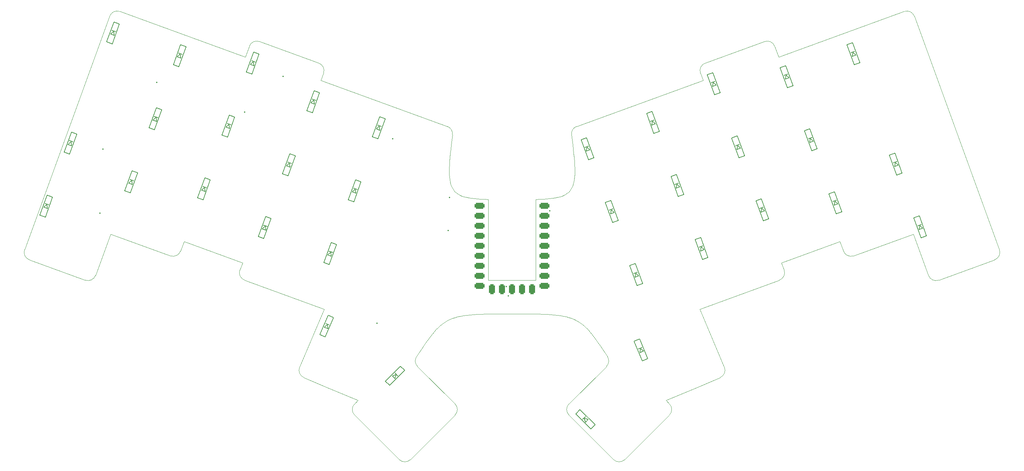
<source format=gbo>
%TF.GenerationSoftware,KiCad,Pcbnew,(6.0.11)*%
%TF.CreationDate,2023-05-11T00:11:38+09:00*%
%TF.ProjectId,gu34,67753334-2e6b-4696-9361-645f70636258,rev?*%
%TF.SameCoordinates,Original*%
%TF.FileFunction,Legend,Bot*%
%TF.FilePolarity,Positive*%
%FSLAX46Y46*%
G04 Gerber Fmt 4.6, Leading zero omitted, Abs format (unit mm)*
G04 Created by KiCad (PCBNEW (6.0.11)) date 2023-05-11 00:11:38*
%MOMM*%
%LPD*%
G01*
G04 APERTURE LIST*
G04 Aperture macros list*
%AMRoundRect*
0 Rectangle with rounded corners*
0 $1 Rounding radius*
0 $2 $3 $4 $5 $6 $7 $8 $9 X,Y pos of 4 corners*
0 Add a 4 corners polygon primitive as box body*
4,1,4,$2,$3,$4,$5,$6,$7,$8,$9,$2,$3,0*
0 Add four circle primitives for the rounded corners*
1,1,$1+$1,$2,$3*
1,1,$1+$1,$4,$5*
1,1,$1+$1,$6,$7*
1,1,$1+$1,$8,$9*
0 Add four rect primitives between the rounded corners*
20,1,$1+$1,$2,$3,$4,$5,0*
20,1,$1+$1,$4,$5,$6,$7,0*
20,1,$1+$1,$6,$7,$8,$9,0*
20,1,$1+$1,$8,$9,$2,$3,0*%
%AMRotRect*
0 Rectangle, with rotation*
0 The origin of the aperture is its center*
0 $1 length*
0 $2 width*
0 $3 Rotation angle, in degrees counterclockwise*
0 Add horizontal line*
21,1,$1,$2,0,0,$3*%
G04 Aperture macros list end*
%TA.AperFunction,Profile*%
%ADD10C,0.100000*%
%TD*%
%ADD11C,0.100000*%
%ADD12C,0.150000*%
%ADD13C,0.350000*%
%ADD14C,3.400000*%
%ADD15C,1.700000*%
%ADD16C,2.000000*%
%ADD17RotRect,1.300000X0.950000X250.000000*%
%ADD18RotRect,1.300000X0.950000X290.000000*%
%ADD19RotRect,1.300000X0.950000X225.000000*%
%ADD20RotRect,1.300000X0.950000X315.000000*%
%ADD21RotRect,1.300000X0.950000X293.000000*%
%ADD22RoundRect,0.400000X-0.900000X-0.400000X0.900000X-0.400000X0.900000X0.400000X-0.900000X0.400000X0*%
%ADD23RoundRect,0.400050X-0.899950X-0.400050X0.899950X-0.400050X0.899950X0.400050X-0.899950X0.400050X0*%
%ADD24RoundRect,0.400000X-0.400000X-0.900000X0.400000X-0.900000X0.400000X0.900000X-0.400000X0.900000X0*%
%ADD25RoundRect,0.393700X-0.393700X-0.906300X0.393700X-0.906300X0.393700X0.906300X-0.393700X0.906300X0*%
%ADD26RotRect,1.300000X0.950000X247.000000*%
G04 APERTURE END LIST*
D10*
X210582773Y-81577077D02*
X211252397Y-83416855D01*
X88494956Y-108075051D02*
G75*
G03*
X89554561Y-110697548I1841044J-781449D01*
G01*
X95346573Y-113156111D02*
X103289125Y-116527525D01*
X78322834Y-25428801D02*
G75*
G03*
X75759393Y-26624187I-684034J-1879399D01*
G01*
X42954792Y-17793857D02*
G75*
G03*
X40391368Y-18989196I-684042J-1879383D01*
G01*
D11*
X166485012Y-105404977D02*
X165843422Y-104418288D01*
X165235255Y-103493247D01*
X164656430Y-102627865D01*
X164102870Y-101820152D01*
X163570495Y-101068122D01*
X163055227Y-100369784D01*
X162552988Y-99723150D01*
X162059698Y-99126231D01*
X161571279Y-98577040D01*
X161083652Y-98073587D01*
X160592739Y-97613884D01*
X160094461Y-97195942D01*
X159584739Y-96817772D01*
X159059494Y-96477386D01*
X158514648Y-96172795D01*
X157946123Y-95902011D01*
X157349839Y-95663045D01*
X156721718Y-95453908D01*
X156057681Y-95272612D01*
X155353649Y-95117168D01*
X154605545Y-94985587D01*
X153809288Y-94875882D01*
X152960801Y-94786062D01*
X152056005Y-94714140D01*
X151090820Y-94658127D01*
X150061169Y-94616035D01*
X148962973Y-94585874D01*
X147792153Y-94565656D01*
X146544630Y-94553393D01*
X145216326Y-94547096D01*
X143803162Y-94544776D01*
X142301060Y-94544445D01*
D10*
X241647326Y-17793851D02*
X209842120Y-29370000D01*
X148301060Y-86044445D02*
X142301060Y-86044445D01*
X36782901Y-84795311D02*
X40599548Y-74309162D01*
X78322819Y-25428843D02*
X93357901Y-30901165D01*
X244002572Y-74309162D02*
X228850905Y-79823917D01*
D11*
X127212923Y-49078253D02*
X127059566Y-50372382D01*
X126918517Y-51596863D01*
X126791366Y-52753624D01*
X126679703Y-53844590D01*
X126585120Y-54871688D01*
X126509208Y-55836845D01*
X126453558Y-56741987D01*
X126419761Y-57589040D01*
X126409407Y-58379931D01*
X126424088Y-59116586D01*
X126465395Y-59800932D01*
X126534919Y-60434895D01*
X126634251Y-61020401D01*
X126764981Y-61559378D01*
X126928701Y-62053752D01*
X127127002Y-62505448D01*
X127361475Y-62916394D01*
X127633710Y-63288516D01*
X127945300Y-63623740D01*
X128297834Y-63923993D01*
X128692904Y-64191201D01*
X129132100Y-64427291D01*
X129617015Y-64634190D01*
X130149238Y-64813823D01*
X130730361Y-64968117D01*
X131361975Y-65098999D01*
X132045670Y-65208394D01*
X132783039Y-65298230D01*
X133575671Y-65370434D01*
X134425157Y-65426930D01*
X135333090Y-65469647D01*
X136301060Y-65500510D01*
D10*
X210057037Y-85980237D02*
G75*
G03*
X211252397Y-83416855I-683937J1879337D01*
G01*
X136301060Y-65544445D02*
X136301060Y-65500510D01*
X168042215Y-131541016D02*
G75*
G03*
X170870642Y-131541016I1414214J1414215D01*
G01*
X113731478Y-131541016D02*
G75*
G03*
X116559905Y-131541016I1414214J1414215D01*
G01*
X195047559Y-110697548D02*
X189255547Y-113156111D01*
X74019347Y-81577077D02*
X73349723Y-83416855D01*
X148301060Y-65544445D02*
X148301060Y-86044445D01*
X89554561Y-110697548D02*
X95346573Y-113156111D01*
X40391368Y-18989196D02*
X18819580Y-78257197D01*
X94553246Y-33464590D02*
X93883621Y-35304368D01*
X189850290Y-93334940D02*
X196107106Y-108075076D01*
X118117153Y-105405006D02*
G75*
G03*
X118381403Y-107906670I1678447J-1087494D01*
G01*
X247819286Y-84795286D02*
G75*
G03*
X250382644Y-85990656I1879314J683886D01*
G01*
X264587195Y-80820622D02*
X250382644Y-85990656D01*
X93883621Y-35304368D02*
X125911108Y-46961420D01*
X206279301Y-25428843D02*
X191244219Y-30901165D01*
X136301060Y-86044445D02*
X142301060Y-86044445D01*
X103289125Y-116527525D02*
X102417769Y-117398880D01*
X20014925Y-80820622D02*
X34219476Y-85990656D01*
X191244209Y-30901138D02*
G75*
G03*
X190048874Y-33464590I683991J-1879362D01*
G01*
X182184351Y-120227307D02*
X170870642Y-131541016D01*
X156728507Y-117398880D02*
X166220717Y-107906670D01*
X94751830Y-93334940D02*
X88495014Y-108075076D01*
X168042215Y-131541016D02*
X156728507Y-120227307D01*
X210057053Y-85980280D02*
X189850290Y-93334940D01*
X148301060Y-65544445D02*
X148301060Y-65500510D01*
X189255547Y-113156111D02*
X181312995Y-116527525D01*
X94553328Y-33464620D02*
G75*
G03*
X93357901Y-30901165I-1879428J684020D01*
G01*
X182184357Y-120227313D02*
G75*
G03*
X182184351Y-117398880I-1414257J1414213D01*
G01*
X181312995Y-116527525D02*
X182184351Y-117398880D01*
X190048874Y-33464590D02*
X190718499Y-35304368D01*
X18819555Y-78257188D02*
G75*
G03*
X20014925Y-80820622I1879445J-684012D01*
G01*
X42954794Y-17793851D02*
X74760000Y-29370000D01*
X247819219Y-84795311D02*
X244002572Y-74309162D01*
X209842120Y-29370000D02*
X208842727Y-26624187D01*
X226287480Y-78628572D02*
X225398009Y-76184772D01*
X116559905Y-131541016D02*
X127873613Y-120227307D01*
X59204111Y-76184772D02*
X74019347Y-81577077D01*
X208842782Y-26624167D02*
G75*
G03*
X206279301Y-25428843I-1879382J-684033D01*
G01*
X244210828Y-18989168D02*
G75*
G03*
X241647326Y-17793851I-1879428J-684132D01*
G01*
X40599548Y-74309162D02*
X55751215Y-79823917D01*
X225398009Y-76184772D02*
X210582773Y-81577077D01*
X34219463Y-85990692D02*
G75*
G03*
X36782901Y-84795311I684037J1879392D01*
G01*
X136301060Y-65544445D02*
X136301060Y-86044445D01*
D11*
X157389197Y-49078253D02*
X157542553Y-50372382D01*
X157683602Y-51596863D01*
X157810753Y-52753624D01*
X157922416Y-53844590D01*
X158016999Y-54871688D01*
X158092911Y-55836845D01*
X158148561Y-56741987D01*
X158182358Y-57589040D01*
X158192712Y-58379931D01*
X158178031Y-59116586D01*
X158136724Y-59800932D01*
X158067200Y-60434895D01*
X157967868Y-61020401D01*
X157837138Y-61559378D01*
X157673418Y-62053752D01*
X157475117Y-62505448D01*
X157240644Y-62916394D01*
X156968409Y-63288516D01*
X156656819Y-63623740D01*
X156304285Y-63923993D01*
X155909215Y-64191201D01*
X155470019Y-64427291D01*
X154985104Y-64634190D01*
X154452881Y-64813823D01*
X153871758Y-64968117D01*
X153240144Y-65098999D01*
X152556449Y-65208394D01*
X151819080Y-65298230D01*
X151026448Y-65370434D01*
X150176962Y-65426930D01*
X149269029Y-65469647D01*
X148301060Y-65500510D01*
D10*
X244210752Y-18989196D02*
X265782540Y-78257197D01*
X127873613Y-117398880D02*
X118381403Y-107906670D01*
X127873619Y-120227313D02*
G75*
G03*
X127873613Y-117398880I-1414219J1414213D01*
G01*
X264587170Y-80820552D02*
G75*
G03*
X265782540Y-78257197I-683970J1879352D01*
G01*
X158691035Y-46961484D02*
G75*
G03*
X157389197Y-49078253I684065J-1879416D01*
G01*
X74760000Y-29370000D02*
X75759393Y-26624187D01*
X195047539Y-110697500D02*
G75*
G03*
X196107106Y-108075076I-781439J1841000D01*
G01*
X156728513Y-117398886D02*
G75*
G03*
X156728507Y-120227307I1414187J-1414214D01*
G01*
X166220677Y-107906630D02*
G75*
G03*
X166485012Y-105404977I-1414277J1414230D01*
G01*
D11*
X118117108Y-105404977D02*
X118758697Y-104418288D01*
X119366864Y-103493247D01*
X119945689Y-102627865D01*
X120499249Y-101820152D01*
X121031624Y-101068122D01*
X121546892Y-100369784D01*
X122049131Y-99723150D01*
X122542421Y-99126231D01*
X123030840Y-98577040D01*
X123518467Y-98073587D01*
X124009380Y-97613884D01*
X124507658Y-97195942D01*
X125017380Y-96817772D01*
X125542625Y-96477386D01*
X126087471Y-96172795D01*
X126655996Y-95902011D01*
X127252280Y-95663045D01*
X127880401Y-95453908D01*
X128544438Y-95272612D01*
X129248470Y-95117168D01*
X129996574Y-94985587D01*
X130792831Y-94875882D01*
X131641318Y-94786062D01*
X132546115Y-94714140D01*
X133511299Y-94658127D01*
X134540950Y-94616035D01*
X135639146Y-94585874D01*
X136809966Y-94565656D01*
X138057489Y-94553393D01*
X139385793Y-94547096D01*
X140798957Y-94544776D01*
X142301060Y-94544445D01*
D10*
X102417775Y-117398886D02*
G75*
G03*
X102417769Y-120227307I1414225J-1414214D01*
G01*
X55751241Y-79823845D02*
G75*
G03*
X58314640Y-78628572I684059J1879345D01*
G01*
X58314640Y-78628572D02*
X59204111Y-76184772D01*
X127212938Y-49078255D02*
G75*
G03*
X125911108Y-46961420I-1985838J237455D01*
G01*
X190718499Y-35304368D02*
X158691012Y-46961420D01*
X102417769Y-120227307D02*
X113731478Y-131541016D01*
X226287504Y-78628563D02*
G75*
G03*
X228850905Y-79823917I1879396J684063D01*
G01*
X74545067Y-85980280D02*
X94751830Y-93334940D01*
X73349724Y-83416855D02*
G75*
G03*
X74545067Y-85980280I1879376J-684045D01*
G01*
D12*
%TO.C,D3*%
X76391315Y-33703685D02*
X78238224Y-28629345D01*
X75969144Y-31208836D02*
X76746808Y-30534123D01*
X76908836Y-31550856D02*
X75969144Y-31208836D01*
X78238224Y-28629345D02*
X76828685Y-28116315D01*
X77250856Y-30611164D02*
X76311164Y-30269144D01*
X76828685Y-28116315D02*
X74981776Y-33190655D01*
X74981776Y-33190655D02*
X76391315Y-33703685D01*
X76746808Y-30534123D02*
X76908836Y-31550856D01*
%TO.C,D30*%
X246330856Y-72788836D02*
X245391164Y-73130856D01*
X245471315Y-69696315D02*
X244061776Y-70209345D01*
X247318224Y-74770655D02*
X245471315Y-69696315D01*
X245908685Y-75283685D02*
X247318224Y-74770655D01*
X245553192Y-72114123D02*
X246330856Y-72788836D01*
X245391164Y-73130856D02*
X245553192Y-72114123D01*
X245988836Y-71849144D02*
X245049144Y-72191164D01*
X244061776Y-70209345D02*
X245908685Y-75283685D01*
%TO.C,D32*%
X111962893Y-110280000D02*
X112952843Y-109997157D01*
X111291142Y-112719518D02*
X115109518Y-108901142D01*
X112952843Y-109997157D02*
X112670000Y-110987107D01*
X115109518Y-108901142D02*
X114048858Y-107840482D01*
X113377107Y-110280000D02*
X112670000Y-109572893D01*
X112670000Y-110987107D02*
X111962893Y-110280000D01*
X110230482Y-111658858D02*
X111291142Y-112719518D01*
X114048858Y-107840482D02*
X110230482Y-111658858D01*
%TO.C,D1*%
X41870856Y-22931164D02*
X40931164Y-22589144D01*
X41448685Y-20436315D02*
X39601776Y-25510655D01*
X41011315Y-26023685D02*
X42858224Y-20949345D01*
X40589144Y-23528836D02*
X41366808Y-22854123D01*
X39601776Y-25510655D02*
X41011315Y-26023685D01*
X41528836Y-23870856D02*
X40589144Y-23528836D01*
X42858224Y-20949345D02*
X41448685Y-20436315D01*
X41366808Y-22854123D02*
X41528836Y-23870856D01*
%TO.C,D16*%
X165941776Y-66279345D02*
X167788685Y-71353685D01*
X167351315Y-65766315D02*
X165941776Y-66279345D01*
X169198224Y-70840655D02*
X167351315Y-65766315D01*
X167433192Y-68184123D02*
X168210856Y-68858836D01*
X167271164Y-69200856D02*
X167433192Y-68184123D01*
X167868836Y-67919144D02*
X166929144Y-68261164D01*
X168210856Y-68858836D02*
X167271164Y-69200856D01*
X167788685Y-71353685D02*
X169198224Y-70840655D01*
%TO.C,D22*%
X46108836Y-61680856D02*
X45169144Y-61338836D01*
X46028685Y-58246315D02*
X44181776Y-63320655D01*
X45591315Y-63833685D02*
X47438224Y-58759345D01*
X45169144Y-61338836D02*
X45946808Y-60664123D01*
X46450856Y-60741164D02*
X45511164Y-60399144D01*
X44181776Y-63320655D02*
X45591315Y-63833685D01*
X47438224Y-58759345D02*
X46028685Y-58246315D01*
X45946808Y-60664123D02*
X46108836Y-61680856D01*
%TO.C,D33*%
X160627157Y-121047157D02*
X161617107Y-121330000D01*
X160910000Y-122037107D02*
X160627157Y-121047157D01*
X163349518Y-122708858D02*
X159531142Y-118890482D01*
X158470482Y-119951142D02*
X162288858Y-123769518D01*
X162288858Y-123769518D02*
X163349518Y-122708858D01*
X159531142Y-118890482D02*
X158470482Y-119951142D01*
X160910000Y-120622893D02*
X160202893Y-121330000D01*
X161617107Y-121330000D02*
X160910000Y-122037107D01*
%TO.C,D23*%
X64900856Y-62531164D02*
X63961164Y-62189144D01*
X64041315Y-65623685D02*
X65888224Y-60549345D01*
X64396808Y-62454123D02*
X64558836Y-63470856D01*
X64478685Y-60036315D02*
X62631776Y-65110655D01*
X65888224Y-60549345D02*
X64478685Y-60036315D01*
X63619144Y-63128836D02*
X64396808Y-62454123D01*
X64558836Y-63470856D02*
X63619144Y-63128836D01*
X62631776Y-65110655D02*
X64041315Y-65623685D01*
%TO.C,D25*%
X95599144Y-79558836D02*
X96376808Y-78884123D01*
X94611776Y-81540655D02*
X96021315Y-82053685D01*
X96880856Y-78961164D02*
X95941164Y-78619144D01*
X96021315Y-82053685D02*
X97868224Y-76979345D01*
X97868224Y-76979345D02*
X96458685Y-76466315D01*
X96458685Y-76466315D02*
X94611776Y-81540655D01*
X96376808Y-78884123D02*
X96538836Y-79900856D01*
X96538836Y-79900856D02*
X95599144Y-79558836D01*
%TO.C,D12*%
X52600856Y-44741164D02*
X51661164Y-44399144D01*
X51319144Y-45338836D02*
X52096808Y-44664123D01*
X51741315Y-47833685D02*
X53588224Y-42759345D01*
X52258836Y-45680856D02*
X51319144Y-45338836D01*
X50331776Y-47320655D02*
X51741315Y-47833685D01*
X52096808Y-44664123D02*
X52258836Y-45680856D01*
X53588224Y-42759345D02*
X52178685Y-42246315D01*
X52178685Y-42246315D02*
X50331776Y-47320655D01*
%TO.C,D19*%
X218640856Y-50678836D02*
X217701164Y-51020856D01*
X219628224Y-52660655D02*
X217781315Y-47586315D01*
X217863192Y-50004123D02*
X218640856Y-50678836D01*
X217781315Y-47586315D02*
X216371776Y-48099345D01*
X217701164Y-51020856D02*
X217863192Y-50004123D01*
X218218685Y-53173685D02*
X219628224Y-52660655D01*
X218298836Y-49739144D02*
X217359144Y-50081164D01*
X216371776Y-48099345D02*
X218218685Y-53173685D01*
%TO.C,D34*%
X175625618Y-103994887D02*
X174705113Y-104385618D01*
X174705113Y-104385618D02*
X174813708Y-103361798D01*
X174813708Y-103361798D02*
X175625618Y-103994887D01*
X175334595Y-106508411D02*
X176715353Y-105922315D01*
X176715353Y-105922315D02*
X174605405Y-100951589D01*
X173224647Y-101537685D02*
X175334595Y-106508411D01*
X175234887Y-103074382D02*
X174314382Y-103465113D01*
X174605405Y-100951589D02*
X173224647Y-101537685D01*
%TO.C,D21*%
X24930856Y-66891164D02*
X23991164Y-66549144D01*
X24508685Y-64396315D02*
X22661776Y-69470655D01*
X25918224Y-64909345D02*
X24508685Y-64396315D01*
X24071315Y-69983685D02*
X25918224Y-64909345D01*
X24426808Y-66814123D02*
X24588836Y-67830856D01*
X23649144Y-67488836D02*
X24426808Y-66814123D01*
X22661776Y-69470655D02*
X24071315Y-69983685D01*
X24588836Y-67830856D02*
X23649144Y-67488836D01*
%TO.C,D20*%
X240150856Y-56828836D02*
X239211164Y-57170856D01*
X239728685Y-59323685D02*
X241138224Y-58810655D01*
X239291315Y-53736315D02*
X237881776Y-54249345D01*
X237881776Y-54249345D02*
X239728685Y-59323685D01*
X239211164Y-57170856D02*
X239373192Y-56154123D01*
X241138224Y-58810655D02*
X239291315Y-53736315D01*
X239373192Y-56154123D02*
X240150856Y-56828836D01*
X239808836Y-55889144D02*
X238869144Y-56231164D01*
%TO.C,D14*%
X84171776Y-58960655D02*
X85581315Y-59473685D01*
X85936808Y-56304123D02*
X86098836Y-57320856D01*
X85159144Y-56978836D02*
X85936808Y-56304123D01*
X86018685Y-53886315D02*
X84171776Y-58960655D01*
X87428224Y-54399345D02*
X86018685Y-53886315D01*
X86098836Y-57320856D02*
X85159144Y-56978836D01*
X86440856Y-56381164D02*
X85501164Y-56039144D01*
X85581315Y-59473685D02*
X87428224Y-54399345D01*
%TO.C,D27*%
X191958224Y-80240655D02*
X190111315Y-75166315D01*
X190193192Y-77584123D02*
X190970856Y-78258836D01*
X190548685Y-80753685D02*
X191958224Y-80240655D01*
X190111315Y-75166315D02*
X188701776Y-75679345D01*
X190628836Y-77319144D02*
X189689144Y-77661164D01*
X190970856Y-78258836D02*
X190031164Y-78600856D01*
X190031164Y-78600856D02*
X190193192Y-77584123D01*
X188701776Y-75679345D02*
X190548685Y-80753685D01*
%TO.C,D24*%
X79868685Y-69846315D02*
X78021776Y-74920655D01*
X79786808Y-72264123D02*
X79948836Y-73280856D01*
X79948836Y-73280856D02*
X79009144Y-72938836D01*
X79009144Y-72938836D02*
X79786808Y-72264123D01*
X81278224Y-70359345D02*
X79868685Y-69846315D01*
X80290856Y-72341164D02*
X79351164Y-71999144D01*
X78021776Y-74920655D02*
X79431315Y-75433685D01*
X79431315Y-75433685D02*
X81278224Y-70359345D01*
%TO.C,D5*%
X109200856Y-47011164D02*
X108261164Y-46669144D01*
X107919144Y-47608836D02*
X108696808Y-46934123D01*
X108696808Y-46934123D02*
X108858836Y-47950856D01*
X106931776Y-49590655D02*
X108341315Y-50103685D01*
X108341315Y-50103685D02*
X110188224Y-45029345D01*
X110188224Y-45029345D02*
X108778685Y-44516315D01*
X108778685Y-44516315D02*
X106931776Y-49590655D01*
X108858836Y-47950856D02*
X107919144Y-47608836D01*
%TO.C,D28*%
X206350856Y-68428836D02*
X205411164Y-68770856D01*
X204081776Y-65849345D02*
X205928685Y-70923685D01*
X205928685Y-70923685D02*
X207338224Y-70410655D01*
X205411164Y-68770856D02*
X205573192Y-67754123D01*
X205573192Y-67754123D02*
X206350856Y-68428836D01*
X205491315Y-65336315D02*
X204081776Y-65849345D01*
X207338224Y-70410655D02*
X205491315Y-65336315D01*
X206008836Y-67489144D02*
X205069144Y-67831164D01*
%TO.C,De*%
X58428836Y-29640856D02*
X57489144Y-29298836D01*
X56501776Y-31280655D02*
X57911315Y-31793685D01*
X58348685Y-26206315D02*
X56501776Y-31280655D01*
X57911315Y-31793685D02*
X59758224Y-26719345D01*
X59758224Y-26719345D02*
X58348685Y-26206315D01*
X58770856Y-28701164D02*
X57831164Y-28359144D01*
X58266808Y-28624123D02*
X58428836Y-29640856D01*
X57489144Y-29298836D02*
X58266808Y-28624123D01*
%TO.C,D6*%
X161211315Y-49836315D02*
X159801776Y-50349345D01*
X161648685Y-55423685D02*
X163058224Y-54910655D01*
X162070856Y-52928836D02*
X161131164Y-53270856D01*
X161131164Y-53270856D02*
X161293192Y-52254123D01*
X161293192Y-52254123D02*
X162070856Y-52928836D01*
X163058224Y-54910655D02*
X161211315Y-49836315D01*
X161728836Y-51989144D02*
X160789144Y-52331164D01*
X159801776Y-50349345D02*
X161648685Y-55423685D01*
%TO.C,D11*%
X29809144Y-51508836D02*
X30586808Y-50834123D01*
X28821776Y-53490655D02*
X30231315Y-54003685D01*
X30668685Y-48416315D02*
X28821776Y-53490655D01*
X31090856Y-50911164D02*
X30151164Y-50569144D01*
X32078224Y-48929345D02*
X30668685Y-48416315D01*
X30586808Y-50834123D02*
X30748836Y-51850856D01*
X30231315Y-54003685D02*
X32078224Y-48929345D01*
X30748836Y-51850856D02*
X29809144Y-51508836D01*
%TO.C,D26*%
X172121776Y-82309345D02*
X173968685Y-87383685D01*
X173451164Y-85230856D02*
X173613192Y-84214123D01*
X174048836Y-83949144D02*
X173109144Y-84291164D01*
X173613192Y-84214123D02*
X174390856Y-84888836D01*
X173968685Y-87383685D02*
X175378224Y-86870655D01*
X174390856Y-84888836D02*
X173451164Y-85230856D01*
X175378224Y-86870655D02*
X173531315Y-81796315D01*
X173531315Y-81796315D02*
X172121776Y-82309345D01*
%TO.C,D13*%
X70221315Y-49663685D02*
X72068224Y-44589345D01*
X68811776Y-49150655D02*
X70221315Y-49663685D01*
X72068224Y-44589345D02*
X70658685Y-44076315D01*
X70658685Y-44076315D02*
X68811776Y-49150655D01*
X70576808Y-46494123D02*
X70738836Y-47510856D01*
X71080856Y-46571164D02*
X70141164Y-46229144D01*
X70738836Y-47510856D02*
X69799144Y-47168836D01*
X69799144Y-47168836D02*
X70576808Y-46494123D01*
%TO.C,D8*%
X195028224Y-38440655D02*
X193181315Y-33366315D01*
X191771776Y-33879345D02*
X193618685Y-38953685D01*
X193263192Y-35784123D02*
X194040856Y-36458836D01*
X193698836Y-35519144D02*
X192759144Y-35861164D01*
X193618685Y-38953685D02*
X195028224Y-38440655D01*
X194040856Y-36458836D02*
X193101164Y-36800856D01*
X193181315Y-33366315D02*
X191771776Y-33879345D01*
X193101164Y-36800856D02*
X193263192Y-35784123D01*
%TO.C,D17*%
X183901164Y-62630856D02*
X184063192Y-61614123D01*
X183981315Y-59196315D02*
X182571776Y-59709345D01*
X184063192Y-61614123D02*
X184840856Y-62288836D01*
X184840856Y-62288836D02*
X183901164Y-62630856D01*
X184418685Y-64783685D02*
X185828224Y-64270655D01*
X184498836Y-61349144D02*
X183559144Y-61691164D01*
X185828224Y-64270655D02*
X183981315Y-59196315D01*
X182571776Y-59709345D02*
X184418685Y-64783685D01*
%TO.C,D9*%
X212500856Y-34648836D02*
X211561164Y-34990856D01*
X212158836Y-33709144D02*
X211219144Y-34051164D01*
X211641315Y-31556315D02*
X210231776Y-32069345D01*
X210231776Y-32069345D02*
X212078685Y-37143685D01*
X213488224Y-36630655D02*
X211641315Y-31556315D01*
X211723192Y-33974123D02*
X212500856Y-34648836D01*
X211561164Y-34990856D02*
X211723192Y-33974123D01*
X212078685Y-37143685D02*
X213488224Y-36630655D01*
%TO.C,D4*%
X91299144Y-40988836D02*
X92076808Y-40314123D01*
X92580856Y-40391164D02*
X91641164Y-40049144D01*
X92158685Y-37896315D02*
X90311776Y-42970655D01*
X91721315Y-43483685D02*
X93568224Y-38409345D01*
X92076808Y-40314123D02*
X92238836Y-41330856D01*
X93568224Y-38409345D02*
X92158685Y-37896315D01*
X92238836Y-41330856D02*
X91299144Y-40988836D01*
X90311776Y-42970655D02*
X91721315Y-43483685D01*
%TO.C,D7*%
X177883192Y-45614123D02*
X178660856Y-46288836D01*
X176391776Y-43709345D02*
X178238685Y-48783685D01*
X177721164Y-46630856D02*
X177883192Y-45614123D01*
X179648224Y-48270655D02*
X177801315Y-43196315D01*
X178660856Y-46288836D02*
X177721164Y-46630856D01*
X177801315Y-43196315D02*
X176391776Y-43709345D01*
X178238685Y-48783685D02*
X179648224Y-48270655D01*
X178318836Y-45349144D02*
X177379144Y-45691164D01*
%TO.C,D29*%
X224083192Y-65964123D02*
X224860856Y-66638836D01*
X224518836Y-65699144D02*
X223579144Y-66041164D01*
X224001315Y-63546315D02*
X222591776Y-64059345D01*
X223921164Y-66980856D02*
X224083192Y-65964123D01*
X224438685Y-69133685D02*
X225848224Y-68620655D01*
X225848224Y-68620655D02*
X224001315Y-63546315D01*
X224860856Y-66638836D02*
X223921164Y-66980856D01*
X222591776Y-64059345D02*
X224438685Y-69133685D01*
%TO.C,D18*%
X199798685Y-54973685D02*
X201208224Y-54460655D01*
X201208224Y-54460655D02*
X199361315Y-49386315D01*
X199878836Y-51539144D02*
X198939144Y-51881164D01*
X199361315Y-49386315D02*
X197951776Y-49899345D01*
X197951776Y-49899345D02*
X199798685Y-54973685D01*
X199443192Y-51804123D02*
X200220856Y-52478836D01*
X200220856Y-52478836D02*
X199281164Y-52820856D01*
X199281164Y-52820856D02*
X199443192Y-51804123D01*
%TO.C,D31*%
X95634887Y-98305618D02*
X94714382Y-97914887D01*
X94714382Y-97914887D02*
X95526292Y-97281798D01*
X95005405Y-100428411D02*
X97115353Y-95457685D01*
X95734595Y-94871589D02*
X93624647Y-99842315D01*
X93624647Y-99842315D02*
X95005405Y-100428411D01*
X96025618Y-97385113D02*
X95105113Y-96994382D01*
X95526292Y-97281798D02*
X95634887Y-98305618D01*
X97115353Y-95457685D02*
X95734595Y-94871589D01*
%TO.C,D10*%
X228663192Y-28174123D02*
X229440856Y-28848836D01*
X229440856Y-28848836D02*
X228501164Y-29190856D01*
X228501164Y-29190856D02*
X228663192Y-28174123D01*
X229018685Y-31343685D02*
X230428224Y-30830655D01*
X227171776Y-26269345D02*
X229018685Y-31343685D01*
X230428224Y-30830655D02*
X228581315Y-25756315D01*
X229098836Y-27909144D02*
X228159144Y-28251164D01*
X228581315Y-25756315D02*
X227171776Y-26269345D01*
%TO.C,D15*%
X104068224Y-61009345D02*
X102658685Y-60496315D01*
X100811776Y-65570655D02*
X102221315Y-66083685D01*
X101799144Y-63588836D02*
X102576808Y-62914123D01*
X102576808Y-62914123D02*
X102738836Y-63930856D01*
X102738836Y-63930856D02*
X101799144Y-63588836D01*
X103080856Y-62991164D02*
X102141164Y-62649144D01*
X102658685Y-60496315D02*
X100811776Y-65570655D01*
X102221315Y-66083685D02*
X104068224Y-61009345D01*
%TD*%
D13*
X151897037Y-68405000D03*
X141355811Y-90007780D03*
X140898100Y-87580000D03*
X52260000Y-35780000D03*
X112100000Y-50080000D03*
X38650000Y-52720000D03*
X126460000Y-65040000D03*
X108090000Y-96910000D03*
X37900000Y-68980000D03*
X74540000Y-43300000D03*
X126090000Y-73370000D03*
X84280000Y-34260000D03*
X208340000Y-53540000D03*
X203171691Y-55421111D03*
X213508309Y-51658889D03*
X210357919Y-59084186D03*
X204941213Y-58820933D03*
X173329087Y-114950913D03*
X165550913Y-122729087D03*
X169440000Y-118840000D03*
X173611930Y-123011930D03*
X168591472Y-125062540D03*
X186790000Y-47350000D03*
X191958309Y-45468889D03*
X181621691Y-49231111D03*
X188807919Y-52894186D03*
X183391213Y-52630933D03*
X181508309Y-68048889D03*
X176340000Y-69930000D03*
X171171691Y-71811111D03*
X178357919Y-75474186D03*
X172941213Y-75210933D03*
X231928309Y-49858889D03*
X226760000Y-51740000D03*
X221591691Y-53621111D03*
X228777919Y-57284186D03*
X223361213Y-57020933D03*
X105902777Y-106779021D03*
X95777223Y-102480979D03*
X100840000Y-104630000D03*
X98534686Y-110060979D03*
X94752697Y-106174263D03*
X63970000Y-35690000D03*
X58801691Y-33808889D03*
X69138309Y-37571111D03*
X61952081Y-41234186D03*
X57971860Y-37550731D03*
X47060000Y-29910000D03*
X41891691Y-28028889D03*
X52228309Y-31791111D03*
X45042081Y-35454186D03*
X41061860Y-31770731D03*
X119568309Y-55861111D03*
X109231691Y-52098889D03*
X114400000Y-53980000D03*
X112382081Y-59524186D03*
X108401860Y-55840731D03*
X214481691Y-69491111D03*
X219650000Y-67610000D03*
X209313382Y-71372222D03*
X216499610Y-75035297D03*
X211082904Y-74772044D03*
X204248309Y-77448889D03*
X199080000Y-79330000D03*
X193911691Y-81211111D03*
X201097919Y-84874186D03*
X195681213Y-84610933D03*
X35288309Y-75751111D03*
X24951691Y-71988889D03*
X30120000Y-73870000D03*
X28102081Y-79414186D03*
X24121860Y-75730731D03*
X96921691Y-84058889D03*
X107258309Y-87821111D03*
X102090000Y-85940000D03*
X100072081Y-91484186D03*
X96091860Y-87800731D03*
X119039087Y-122689087D03*
X115150000Y-118800000D03*
X111260913Y-114910913D03*
X110978070Y-122971930D03*
X108927460Y-117951472D03*
X36280000Y-57900000D03*
X31111691Y-56018889D03*
X41448309Y-59781111D03*
X34262081Y-63444186D03*
X30281860Y-59760731D03*
X91640000Y-63360000D03*
X96808309Y-65241111D03*
X86471691Y-61478889D03*
X89622081Y-68904186D03*
X85641860Y-65220731D03*
X82450000Y-37580000D03*
X77281691Y-35698889D03*
X87618309Y-39461111D03*
X80432081Y-43124186D03*
X76451860Y-39440731D03*
X62979637Y-53595866D03*
X57811328Y-51714755D03*
X52643019Y-49833644D03*
X55793409Y-57258941D03*
X51813188Y-53575486D03*
X215471691Y-37611111D03*
X220640000Y-35730000D03*
X225808309Y-33848889D03*
X222657919Y-41274186D03*
X217241213Y-41010933D03*
X253448309Y-56008889D03*
X248280000Y-57890000D03*
X243111691Y-59771111D03*
X250297919Y-63434186D03*
X244881213Y-63170933D03*
X103101691Y-68078889D03*
X113438309Y-71841111D03*
X108270000Y-69960000D03*
X106252081Y-75504186D03*
X102271860Y-71820731D03*
X149905000Y-67135000D03*
X149905000Y-69675000D03*
X149905000Y-72215000D03*
X149905000Y-74755000D03*
X149905000Y-77295000D03*
X149905000Y-79835000D03*
X149905000Y-82375000D03*
X149905000Y-84915000D03*
X149905000Y-87455000D03*
X147365000Y-87665000D03*
X144825000Y-87665000D03*
X142285000Y-87665000D03*
X139745000Y-87665000D03*
X137205000Y-87665000D03*
X134665000Y-87455000D03*
X134665000Y-84915000D03*
X134665000Y-82375000D03*
X134665000Y-79835000D03*
X134665000Y-67135000D03*
X134665000Y-69675000D03*
X134665000Y-72215000D03*
X134665000Y-77295000D03*
X134665000Y-74755000D03*
X183780000Y-104630000D03*
X188842777Y-102480979D03*
X178717223Y-106779021D03*
X186085314Y-110060979D03*
X180662254Y-110081574D03*
X56828309Y-69591111D03*
X51660000Y-67710000D03*
X46491691Y-65828889D03*
X49642081Y-73254186D03*
X45661860Y-69570731D03*
X202170000Y-37540000D03*
X197001691Y-39421111D03*
X207338309Y-35658889D03*
X204187919Y-43084186D03*
X198771213Y-42820933D03*
X92613019Y-45493644D03*
X102949637Y-49255866D03*
X97781328Y-47374755D03*
X95763409Y-52918941D03*
X91783188Y-49235486D03*
X254440000Y-73850000D03*
X249271691Y-75731111D03*
X259608309Y-71968889D03*
X256457919Y-79394186D03*
X251041213Y-79130933D03*
X76281328Y-53564755D03*
X81449637Y-55445866D03*
X71113019Y-51683644D03*
X74263409Y-59108941D03*
X70283188Y-55425486D03*
X85480000Y-79320000D03*
X90648309Y-81201111D03*
X80311691Y-77438889D03*
X83462081Y-84864186D03*
X79481860Y-81180731D03*
X232381691Y-31801111D03*
X237550000Y-29920000D03*
X242718309Y-28038889D03*
X239567919Y-35464186D03*
X234151213Y-35200933D03*
X198128309Y-61478889D03*
X192960000Y-63360000D03*
X187791691Y-65241111D03*
X194977919Y-68904186D03*
X189561213Y-68640933D03*
X75278309Y-71401111D03*
X70110000Y-69520000D03*
X64941691Y-67638889D03*
X68092081Y-75064186D03*
X64111860Y-71380731D03*
X177341691Y-87831111D03*
X182510000Y-85950000D03*
X187678309Y-84068889D03*
X184527919Y-91494186D03*
X179111213Y-91230933D03*
X238138309Y-65808889D03*
X227801691Y-69571111D03*
X232970000Y-67690000D03*
X234987919Y-73234186D03*
X229571213Y-72970933D03*
X170190000Y-53980000D03*
X165021691Y-55861111D03*
X175358309Y-52098889D03*
X172207919Y-59524186D03*
X166791213Y-59260933D03*
%LPC*%
D14*
%TO.C,SW18*%
X208340000Y-53540000D03*
D15*
X203171691Y-55421111D03*
X213508309Y-51658889D03*
D16*
X210357919Y-59084186D03*
X204941213Y-58820933D03*
%TD*%
D15*
%TO.C,SW33*%
X173329087Y-114950913D03*
X165550913Y-122729087D03*
D14*
X169440000Y-118840000D03*
D16*
X173611930Y-123011930D03*
X168591472Y-125062540D03*
%TD*%
D14*
%TO.C,SW7*%
X186790000Y-47350000D03*
D15*
X191958309Y-45468889D03*
X181621691Y-49231111D03*
D16*
X188807919Y-52894186D03*
X183391213Y-52630933D03*
%TD*%
D17*
%TO.C,D3*%
X77217086Y-29242046D03*
X76002914Y-32577954D03*
%TD*%
D18*
%TO.C,D30*%
X245082914Y-70822046D03*
X246297086Y-74157954D03*
%TD*%
D19*
%TO.C,D32*%
X113925115Y-109024885D03*
X111414885Y-111535115D03*
%TD*%
D15*
%TO.C,SW16*%
X181508309Y-68048889D03*
D14*
X176340000Y-69930000D03*
D15*
X171171691Y-71811111D03*
D16*
X178357919Y-75474186D03*
X172941213Y-75210933D03*
%TD*%
D17*
%TO.C,D1*%
X41837086Y-21562046D03*
X40622914Y-24897954D03*
%TD*%
D15*
%TO.C,SW19*%
X231928309Y-49858889D03*
D14*
X226760000Y-51740000D03*
D15*
X221591691Y-53621111D03*
D16*
X228777919Y-57284186D03*
X223361213Y-57020933D03*
%TD*%
D18*
%TO.C,D16*%
X166962914Y-66892046D03*
X168177086Y-70227954D03*
%TD*%
D15*
%TO.C,SW31*%
X105902777Y-106779021D03*
X95777223Y-102480979D03*
D14*
X100840000Y-104630000D03*
D16*
X98534686Y-110060979D03*
X94752697Y-106174263D03*
%TD*%
D14*
%TO.C,SW2*%
X63970000Y-35690000D03*
D15*
X58801691Y-33808889D03*
X69138309Y-37571111D03*
D16*
X61952081Y-41234186D03*
X57971860Y-37550731D03*
%TD*%
D17*
%TO.C,D22*%
X46417086Y-59372046D03*
X45202914Y-62707954D03*
%TD*%
D14*
%TO.C,SW1*%
X47060000Y-29910000D03*
D15*
X41891691Y-28028889D03*
X52228309Y-31791111D03*
D16*
X45042081Y-35454186D03*
X41061860Y-31770731D03*
%TD*%
D20*
%TO.C,D33*%
X159654885Y-120074885D03*
X162165115Y-122585115D03*
%TD*%
D15*
%TO.C,SW5*%
X119568309Y-55861111D03*
X109231691Y-52098889D03*
D14*
X114400000Y-53980000D03*
D16*
X112382081Y-59524186D03*
X108401860Y-55840731D03*
%TD*%
D17*
%TO.C,D23*%
X64867086Y-61162046D03*
X63652914Y-64497954D03*
%TD*%
%TO.C,D25*%
X96847086Y-77592046D03*
X95632914Y-80927954D03*
%TD*%
D14*
%TO.C,SW28*%
X214481691Y-69491111D03*
D15*
X219650000Y-67610000D03*
X209313382Y-71372222D03*
D16*
X216499610Y-75035297D03*
X211082904Y-74772044D03*
%TD*%
D15*
%TO.C,SW27*%
X204248309Y-77448889D03*
D14*
X199080000Y-79330000D03*
D15*
X193911691Y-81211111D03*
D16*
X201097919Y-84874186D03*
X195681213Y-84610933D03*
%TD*%
D17*
%TO.C,D12*%
X52567086Y-43372046D03*
X51352914Y-46707954D03*
%TD*%
D15*
%TO.C,SW21*%
X35288309Y-75751111D03*
X24951691Y-71988889D03*
D14*
X30120000Y-73870000D03*
D16*
X28102081Y-79414186D03*
X24121860Y-75730731D03*
%TD*%
D18*
%TO.C,D19*%
X217392914Y-48712046D03*
X218607086Y-52047954D03*
%TD*%
D21*
%TO.C,D34*%
X174276452Y-102096104D03*
X175663548Y-105363896D03*
%TD*%
D15*
%TO.C,SW25*%
X96921691Y-84058889D03*
X107258309Y-87821111D03*
D14*
X102090000Y-85940000D03*
D16*
X100072081Y-91484186D03*
X96091860Y-87800731D03*
%TD*%
D17*
%TO.C,D21*%
X24897086Y-65522046D03*
X23682914Y-68857954D03*
%TD*%
D18*
%TO.C,D20*%
X238902914Y-54862046D03*
X240117086Y-58197954D03*
%TD*%
D17*
%TO.C,D14*%
X86407086Y-55012046D03*
X85192914Y-58347954D03*
%TD*%
D18*
%TO.C,D27*%
X189722914Y-76292046D03*
X190937086Y-79627954D03*
%TD*%
D17*
%TO.C,D24*%
X80257086Y-70972046D03*
X79042914Y-74307954D03*
%TD*%
%TO.C,D5*%
X109167086Y-45642046D03*
X107952914Y-48977954D03*
%TD*%
D18*
%TO.C,D28*%
X205102914Y-66462046D03*
X206317086Y-69797954D03*
%TD*%
D15*
%TO.C,SW32*%
X119039087Y-122689087D03*
D14*
X115150000Y-118800000D03*
D15*
X111260913Y-114910913D03*
D16*
X110978070Y-122971930D03*
X108927460Y-117951472D03*
%TD*%
D14*
%TO.C,SW11*%
X36280000Y-57900000D03*
D15*
X31111691Y-56018889D03*
X41448309Y-59781111D03*
D16*
X34262081Y-63444186D03*
X30281860Y-59760731D03*
%TD*%
D17*
%TO.C,De*%
X58737086Y-27332046D03*
X57522914Y-30667954D03*
%TD*%
D18*
%TO.C,D6*%
X160822914Y-50962046D03*
X162037086Y-54297954D03*
%TD*%
D17*
%TO.C,D11*%
X31057086Y-49542046D03*
X29842914Y-52877954D03*
%TD*%
D14*
%TO.C,SW14*%
X91640000Y-63360000D03*
D15*
X96808309Y-65241111D03*
X86471691Y-61478889D03*
D16*
X89622081Y-68904186D03*
X85641860Y-65220731D03*
%TD*%
D14*
%TO.C,SW3*%
X82450000Y-37580000D03*
D15*
X77281691Y-35698889D03*
X87618309Y-39461111D03*
D16*
X80432081Y-43124186D03*
X76451860Y-39440731D03*
%TD*%
D18*
%TO.C,D26*%
X173142914Y-82922046D03*
X174357086Y-86257954D03*
%TD*%
D15*
%TO.C,SW12*%
X62979637Y-53595866D03*
D14*
X57811328Y-51714755D03*
D15*
X52643019Y-49833644D03*
D16*
X55793409Y-57258941D03*
X51813188Y-53575486D03*
%TD*%
D17*
%TO.C,D13*%
X71047086Y-45202046D03*
X69832914Y-48537954D03*
%TD*%
D18*
%TO.C,D8*%
X192792914Y-34492046D03*
X194007086Y-37827954D03*
%TD*%
D15*
%TO.C,SW9*%
X215471691Y-37611111D03*
D14*
X220640000Y-35730000D03*
D15*
X225808309Y-33848889D03*
D16*
X222657919Y-41274186D03*
X217241213Y-41010933D03*
%TD*%
D15*
%TO.C,SW20*%
X253448309Y-56008889D03*
D14*
X248280000Y-57890000D03*
D15*
X243111691Y-59771111D03*
D16*
X250297919Y-63434186D03*
X244881213Y-63170933D03*
%TD*%
D15*
%TO.C,SW15*%
X103101691Y-68078889D03*
X113438309Y-71841111D03*
D14*
X108270000Y-69960000D03*
D16*
X106252081Y-75504186D03*
X102271860Y-71820731D03*
%TD*%
D18*
%TO.C,D17*%
X183592914Y-60322046D03*
X184807086Y-63657954D03*
%TD*%
D22*
%TO.C,RZ1*%
X150505000Y-67135000D03*
X150505000Y-69675000D03*
X150505000Y-72215000D03*
X150505000Y-74755000D03*
X150505000Y-77295000D03*
D23*
X150505000Y-79835000D03*
X150505000Y-82375000D03*
X150505000Y-84915000D03*
X150505000Y-87455000D03*
D24*
X147365000Y-88265000D03*
D25*
X144825000Y-88265000D03*
X142285000Y-88265000D03*
X139745000Y-88265000D03*
X137205000Y-88265000D03*
D23*
X134065000Y-87455000D03*
X134065000Y-84915000D03*
X134065000Y-82375000D03*
X134065000Y-79835000D03*
X134065000Y-67135000D03*
X134065000Y-69675000D03*
X134065000Y-72215000D03*
X134065000Y-77295000D03*
X134065000Y-74755000D03*
%TD*%
D14*
%TO.C,SW34*%
X183780000Y-104630000D03*
D15*
X188842777Y-102480979D03*
X178717223Y-106779021D03*
D16*
X186085314Y-110060979D03*
X180662254Y-110081574D03*
%TD*%
D15*
%TO.C,SW22*%
X56828309Y-69591111D03*
D14*
X51660000Y-67710000D03*
D15*
X46491691Y-65828889D03*
D16*
X49642081Y-73254186D03*
X45661860Y-69570731D03*
%TD*%
D14*
%TO.C,SW8*%
X202170000Y-37540000D03*
D15*
X197001691Y-39421111D03*
X207338309Y-35658889D03*
D16*
X204187919Y-43084186D03*
X198771213Y-42820933D03*
%TD*%
D15*
%TO.C,SW4*%
X92613019Y-45493644D03*
X102949637Y-49255866D03*
D14*
X97781328Y-47374755D03*
D16*
X95763409Y-52918941D03*
X91783188Y-49235486D03*
%TD*%
D18*
%TO.C,D9*%
X211252914Y-32682046D03*
X212467086Y-36017954D03*
%TD*%
D17*
%TO.C,D4*%
X92547086Y-39022046D03*
X91332914Y-42357954D03*
%TD*%
D14*
%TO.C,SW30*%
X254440000Y-73850000D03*
D15*
X249271691Y-75731111D03*
X259608309Y-71968889D03*
D16*
X256457919Y-79394186D03*
X251041213Y-79130933D03*
%TD*%
D18*
%TO.C,D7*%
X177412914Y-44322046D03*
X178627086Y-47657954D03*
%TD*%
D14*
%TO.C,SW13*%
X76281328Y-53564755D03*
D15*
X81449637Y-55445866D03*
X71113019Y-51683644D03*
D16*
X74263409Y-59108941D03*
X70283188Y-55425486D03*
%TD*%
D14*
%TO.C,SW24*%
X85480000Y-79320000D03*
D15*
X90648309Y-81201111D03*
X80311691Y-77438889D03*
D16*
X83462081Y-84864186D03*
X79481860Y-81180731D03*
%TD*%
D18*
%TO.C,D29*%
X223612914Y-64672046D03*
X224827086Y-68007954D03*
%TD*%
%TO.C,D18*%
X198972914Y-50512046D03*
X200187086Y-53847954D03*
%TD*%
D15*
%TO.C,SW10*%
X232381691Y-31801111D03*
D14*
X237550000Y-29920000D03*
D15*
X242718309Y-28038889D03*
D16*
X239567919Y-35464186D03*
X234151213Y-35200933D03*
%TD*%
D26*
%TO.C,D31*%
X96063548Y-96016104D03*
X94676452Y-99283896D03*
%TD*%
D18*
%TO.C,D10*%
X228192914Y-26882046D03*
X229407086Y-30217954D03*
%TD*%
D15*
%TO.C,SW17*%
X198128309Y-61478889D03*
D14*
X192960000Y-63360000D03*
D15*
X187791691Y-65241111D03*
D16*
X194977919Y-68904186D03*
X189561213Y-68640933D03*
%TD*%
D15*
%TO.C,SW23*%
X75278309Y-71401111D03*
D14*
X70110000Y-69520000D03*
D15*
X64941691Y-67638889D03*
D16*
X68092081Y-75064186D03*
X64111860Y-71380731D03*
%TD*%
D15*
%TO.C,SW26*%
X177341691Y-87831111D03*
D14*
X182510000Y-85950000D03*
D15*
X187678309Y-84068889D03*
D16*
X184527919Y-91494186D03*
X179111213Y-91230933D03*
%TD*%
D17*
%TO.C,D15*%
X103047086Y-61622046D03*
X101832914Y-64957954D03*
%TD*%
D15*
%TO.C,SW29*%
X238138309Y-65808889D03*
X227801691Y-69571111D03*
D14*
X232970000Y-67690000D03*
D16*
X234987919Y-73234186D03*
X229571213Y-72970933D03*
%TD*%
D14*
%TO.C,SW6*%
X170190000Y-53980000D03*
D15*
X165021691Y-55861111D03*
X175358309Y-52098889D03*
D16*
X172207919Y-59524186D03*
X166791213Y-59260933D03*
%TD*%
M02*

</source>
